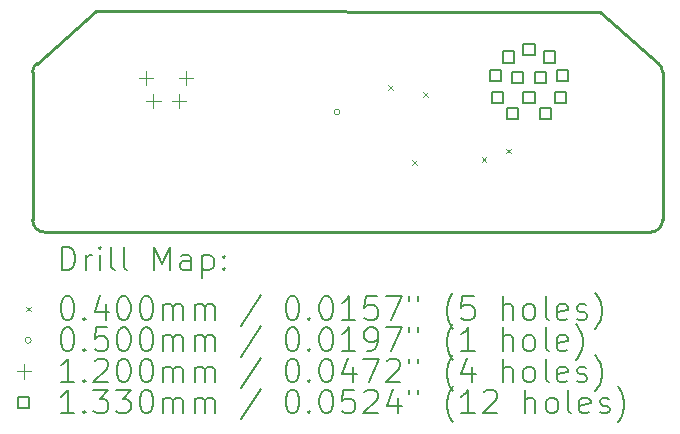
<source format=gbr>
%TF.GenerationSoftware,KiCad,Pcbnew,7.0.9*%
%TF.CreationDate,2024-04-07T02:27:11-04:00*%
%TF.ProjectId,rearbox_peripheral_io_bottom,72656172-626f-4785-9f70-657269706865,rev?*%
%TF.SameCoordinates,Original*%
%TF.FileFunction,Drillmap*%
%TF.FilePolarity,Positive*%
%FSLAX45Y45*%
G04 Gerber Fmt 4.5, Leading zero omitted, Abs format (unit mm)*
G04 Created by KiCad (PCBNEW 7.0.9) date 2024-04-07 02:27:11*
%MOMM*%
%LPD*%
G01*
G04 APERTURE LIST*
%ADD10C,0.250000*%
%ADD11C,0.200000*%
%ADD12C,0.100000*%
%ADD13C,0.120000*%
%ADD14C,0.133000*%
G04 APERTURE END LIST*
D10*
X5041900Y-8002600D02*
G75*
G03*
X5141900Y-8102600I100000J0D01*
G01*
X10275900Y-8102600D02*
G75*
G03*
X10375900Y-8002600I0J100000D01*
G01*
X9842000Y-6237000D02*
X10341750Y-6675719D01*
X10275900Y-8102600D02*
X10132366Y-8102600D01*
X10375898Y-6750977D02*
G75*
G03*
X10341750Y-6675719I-99988J7D01*
G01*
X5076050Y-6675719D02*
X5581436Y-6233585D01*
X5581436Y-6233585D02*
X9842000Y-6237000D01*
X5041900Y-8002600D02*
X5041900Y-6750977D01*
X5076051Y-6675721D02*
G75*
G03*
X5041900Y-6750977I65849J-75259D01*
G01*
X10132366Y-8102600D02*
X5141900Y-8102600D01*
X10375900Y-6750977D02*
X10375900Y-8002600D01*
D11*
D12*
X8054625Y-6855745D02*
X8094625Y-6895745D01*
X8094625Y-6855745D02*
X8054625Y-6895745D01*
X8255320Y-7493320D02*
X8295320Y-7533320D01*
X8295320Y-7493320D02*
X8255320Y-7533320D01*
X8346760Y-6919280D02*
X8386760Y-6959280D01*
X8386760Y-6919280D02*
X8346760Y-6959280D01*
X8844600Y-7467920D02*
X8884600Y-7507920D01*
X8884600Y-7467920D02*
X8844600Y-7507920D01*
X9052880Y-7395470D02*
X9092880Y-7435470D01*
X9092880Y-7395470D02*
X9052880Y-7435470D01*
X7645000Y-7086600D02*
G75*
G03*
X7645000Y-7086600I-25000J0D01*
G01*
D13*
X6003139Y-6739932D02*
X6003139Y-6859932D01*
X5943139Y-6799932D02*
X6063139Y-6799932D01*
X6065649Y-6934932D02*
X6065649Y-7054932D01*
X6005649Y-6994932D02*
X6125649Y-6994932D01*
X6280642Y-6934932D02*
X6280642Y-7054932D01*
X6220642Y-6994932D02*
X6340642Y-6994932D01*
X6343144Y-6739932D02*
X6343144Y-6859932D01*
X6283144Y-6799932D02*
X6403144Y-6799932D01*
D14*
X9011386Y-6823199D02*
X9011386Y-6729153D01*
X8917339Y-6729153D01*
X8917339Y-6823199D01*
X9011386Y-6823199D01*
X9024640Y-7009773D02*
X9024640Y-6915727D01*
X8930594Y-6915727D01*
X8930594Y-7009773D01*
X9024640Y-7009773D01*
X9114802Y-6667338D02*
X9114802Y-6573292D01*
X9020756Y-6573292D01*
X9020756Y-6667338D01*
X9114802Y-6667338D01*
X9149036Y-7149438D02*
X9149036Y-7055392D01*
X9054990Y-7055392D01*
X9054990Y-7149438D01*
X9149036Y-7149438D01*
X9196576Y-6842035D02*
X9196576Y-6747989D01*
X9102530Y-6747989D01*
X9102530Y-6842035D01*
X9196576Y-6842035D01*
X9291839Y-6607044D02*
X9291839Y-6512998D01*
X9197793Y-6512998D01*
X9197793Y-6607044D01*
X9291839Y-6607044D01*
X9291839Y-7007035D02*
X9291839Y-6912988D01*
X9197793Y-6912988D01*
X9197793Y-7007035D01*
X9291839Y-7007035D01*
X9387102Y-6842035D02*
X9387102Y-6747989D01*
X9293055Y-6747989D01*
X9293055Y-6842035D01*
X9387102Y-6842035D01*
X9434643Y-7149434D02*
X9434643Y-7055388D01*
X9340597Y-7055388D01*
X9340597Y-7149434D01*
X9434643Y-7149434D01*
X9468876Y-6667338D02*
X9468876Y-6573292D01*
X9374829Y-6573292D01*
X9374829Y-6667338D01*
X9468876Y-6667338D01*
X9559037Y-7009773D02*
X9559037Y-6915727D01*
X9464991Y-6915727D01*
X9464991Y-7009773D01*
X9559037Y-7009773D01*
X9572292Y-6823199D02*
X9572292Y-6729153D01*
X9478246Y-6729153D01*
X9478246Y-6823199D01*
X9572292Y-6823199D01*
D11*
X5290177Y-8426584D02*
X5290177Y-8226584D01*
X5290177Y-8226584D02*
X5337796Y-8226584D01*
X5337796Y-8226584D02*
X5366367Y-8236108D01*
X5366367Y-8236108D02*
X5385415Y-8255155D01*
X5385415Y-8255155D02*
X5394939Y-8274203D01*
X5394939Y-8274203D02*
X5404463Y-8312298D01*
X5404463Y-8312298D02*
X5404463Y-8340869D01*
X5404463Y-8340869D02*
X5394939Y-8378965D01*
X5394939Y-8378965D02*
X5385415Y-8398012D01*
X5385415Y-8398012D02*
X5366367Y-8417060D01*
X5366367Y-8417060D02*
X5337796Y-8426584D01*
X5337796Y-8426584D02*
X5290177Y-8426584D01*
X5490177Y-8426584D02*
X5490177Y-8293250D01*
X5490177Y-8331346D02*
X5499701Y-8312298D01*
X5499701Y-8312298D02*
X5509224Y-8302774D01*
X5509224Y-8302774D02*
X5528272Y-8293250D01*
X5528272Y-8293250D02*
X5547320Y-8293250D01*
X5613986Y-8426584D02*
X5613986Y-8293250D01*
X5613986Y-8226584D02*
X5604462Y-8236108D01*
X5604462Y-8236108D02*
X5613986Y-8245631D01*
X5613986Y-8245631D02*
X5623510Y-8236108D01*
X5623510Y-8236108D02*
X5613986Y-8226584D01*
X5613986Y-8226584D02*
X5613986Y-8245631D01*
X5737796Y-8426584D02*
X5718748Y-8417060D01*
X5718748Y-8417060D02*
X5709224Y-8398012D01*
X5709224Y-8398012D02*
X5709224Y-8226584D01*
X5842558Y-8426584D02*
X5823510Y-8417060D01*
X5823510Y-8417060D02*
X5813986Y-8398012D01*
X5813986Y-8398012D02*
X5813986Y-8226584D01*
X6071129Y-8426584D02*
X6071129Y-8226584D01*
X6071129Y-8226584D02*
X6137796Y-8369441D01*
X6137796Y-8369441D02*
X6204462Y-8226584D01*
X6204462Y-8226584D02*
X6204462Y-8426584D01*
X6385415Y-8426584D02*
X6385415Y-8321822D01*
X6385415Y-8321822D02*
X6375891Y-8302774D01*
X6375891Y-8302774D02*
X6356843Y-8293250D01*
X6356843Y-8293250D02*
X6318748Y-8293250D01*
X6318748Y-8293250D02*
X6299701Y-8302774D01*
X6385415Y-8417060D02*
X6366367Y-8426584D01*
X6366367Y-8426584D02*
X6318748Y-8426584D01*
X6318748Y-8426584D02*
X6299701Y-8417060D01*
X6299701Y-8417060D02*
X6290177Y-8398012D01*
X6290177Y-8398012D02*
X6290177Y-8378965D01*
X6290177Y-8378965D02*
X6299701Y-8359917D01*
X6299701Y-8359917D02*
X6318748Y-8350393D01*
X6318748Y-8350393D02*
X6366367Y-8350393D01*
X6366367Y-8350393D02*
X6385415Y-8340869D01*
X6480653Y-8293250D02*
X6480653Y-8493250D01*
X6480653Y-8302774D02*
X6499701Y-8293250D01*
X6499701Y-8293250D02*
X6537796Y-8293250D01*
X6537796Y-8293250D02*
X6556843Y-8302774D01*
X6556843Y-8302774D02*
X6566367Y-8312298D01*
X6566367Y-8312298D02*
X6575891Y-8331346D01*
X6575891Y-8331346D02*
X6575891Y-8388488D01*
X6575891Y-8388488D02*
X6566367Y-8407536D01*
X6566367Y-8407536D02*
X6556843Y-8417060D01*
X6556843Y-8417060D02*
X6537796Y-8426584D01*
X6537796Y-8426584D02*
X6499701Y-8426584D01*
X6499701Y-8426584D02*
X6480653Y-8417060D01*
X6661605Y-8407536D02*
X6671129Y-8417060D01*
X6671129Y-8417060D02*
X6661605Y-8426584D01*
X6661605Y-8426584D02*
X6652082Y-8417060D01*
X6652082Y-8417060D02*
X6661605Y-8407536D01*
X6661605Y-8407536D02*
X6661605Y-8426584D01*
X6661605Y-8302774D02*
X6671129Y-8312298D01*
X6671129Y-8312298D02*
X6661605Y-8321822D01*
X6661605Y-8321822D02*
X6652082Y-8312298D01*
X6652082Y-8312298D02*
X6661605Y-8302774D01*
X6661605Y-8302774D02*
X6661605Y-8321822D01*
D12*
X4989400Y-8735100D02*
X5029400Y-8775100D01*
X5029400Y-8735100D02*
X4989400Y-8775100D01*
D11*
X5328272Y-8646584D02*
X5347320Y-8646584D01*
X5347320Y-8646584D02*
X5366367Y-8656108D01*
X5366367Y-8656108D02*
X5375891Y-8665631D01*
X5375891Y-8665631D02*
X5385415Y-8684679D01*
X5385415Y-8684679D02*
X5394939Y-8722774D01*
X5394939Y-8722774D02*
X5394939Y-8770393D01*
X5394939Y-8770393D02*
X5385415Y-8808489D01*
X5385415Y-8808489D02*
X5375891Y-8827536D01*
X5375891Y-8827536D02*
X5366367Y-8837060D01*
X5366367Y-8837060D02*
X5347320Y-8846584D01*
X5347320Y-8846584D02*
X5328272Y-8846584D01*
X5328272Y-8846584D02*
X5309224Y-8837060D01*
X5309224Y-8837060D02*
X5299701Y-8827536D01*
X5299701Y-8827536D02*
X5290177Y-8808489D01*
X5290177Y-8808489D02*
X5280653Y-8770393D01*
X5280653Y-8770393D02*
X5280653Y-8722774D01*
X5280653Y-8722774D02*
X5290177Y-8684679D01*
X5290177Y-8684679D02*
X5299701Y-8665631D01*
X5299701Y-8665631D02*
X5309224Y-8656108D01*
X5309224Y-8656108D02*
X5328272Y-8646584D01*
X5480653Y-8827536D02*
X5490177Y-8837060D01*
X5490177Y-8837060D02*
X5480653Y-8846584D01*
X5480653Y-8846584D02*
X5471129Y-8837060D01*
X5471129Y-8837060D02*
X5480653Y-8827536D01*
X5480653Y-8827536D02*
X5480653Y-8846584D01*
X5661605Y-8713250D02*
X5661605Y-8846584D01*
X5613986Y-8637060D02*
X5566367Y-8779917D01*
X5566367Y-8779917D02*
X5690177Y-8779917D01*
X5804462Y-8646584D02*
X5823510Y-8646584D01*
X5823510Y-8646584D02*
X5842558Y-8656108D01*
X5842558Y-8656108D02*
X5852082Y-8665631D01*
X5852082Y-8665631D02*
X5861605Y-8684679D01*
X5861605Y-8684679D02*
X5871129Y-8722774D01*
X5871129Y-8722774D02*
X5871129Y-8770393D01*
X5871129Y-8770393D02*
X5861605Y-8808489D01*
X5861605Y-8808489D02*
X5852082Y-8827536D01*
X5852082Y-8827536D02*
X5842558Y-8837060D01*
X5842558Y-8837060D02*
X5823510Y-8846584D01*
X5823510Y-8846584D02*
X5804462Y-8846584D01*
X5804462Y-8846584D02*
X5785415Y-8837060D01*
X5785415Y-8837060D02*
X5775891Y-8827536D01*
X5775891Y-8827536D02*
X5766367Y-8808489D01*
X5766367Y-8808489D02*
X5756843Y-8770393D01*
X5756843Y-8770393D02*
X5756843Y-8722774D01*
X5756843Y-8722774D02*
X5766367Y-8684679D01*
X5766367Y-8684679D02*
X5775891Y-8665631D01*
X5775891Y-8665631D02*
X5785415Y-8656108D01*
X5785415Y-8656108D02*
X5804462Y-8646584D01*
X5994939Y-8646584D02*
X6013986Y-8646584D01*
X6013986Y-8646584D02*
X6033034Y-8656108D01*
X6033034Y-8656108D02*
X6042558Y-8665631D01*
X6042558Y-8665631D02*
X6052082Y-8684679D01*
X6052082Y-8684679D02*
X6061605Y-8722774D01*
X6061605Y-8722774D02*
X6061605Y-8770393D01*
X6061605Y-8770393D02*
X6052082Y-8808489D01*
X6052082Y-8808489D02*
X6042558Y-8827536D01*
X6042558Y-8827536D02*
X6033034Y-8837060D01*
X6033034Y-8837060D02*
X6013986Y-8846584D01*
X6013986Y-8846584D02*
X5994939Y-8846584D01*
X5994939Y-8846584D02*
X5975891Y-8837060D01*
X5975891Y-8837060D02*
X5966367Y-8827536D01*
X5966367Y-8827536D02*
X5956843Y-8808489D01*
X5956843Y-8808489D02*
X5947320Y-8770393D01*
X5947320Y-8770393D02*
X5947320Y-8722774D01*
X5947320Y-8722774D02*
X5956843Y-8684679D01*
X5956843Y-8684679D02*
X5966367Y-8665631D01*
X5966367Y-8665631D02*
X5975891Y-8656108D01*
X5975891Y-8656108D02*
X5994939Y-8646584D01*
X6147320Y-8846584D02*
X6147320Y-8713250D01*
X6147320Y-8732298D02*
X6156843Y-8722774D01*
X6156843Y-8722774D02*
X6175891Y-8713250D01*
X6175891Y-8713250D02*
X6204463Y-8713250D01*
X6204463Y-8713250D02*
X6223510Y-8722774D01*
X6223510Y-8722774D02*
X6233034Y-8741822D01*
X6233034Y-8741822D02*
X6233034Y-8846584D01*
X6233034Y-8741822D02*
X6242558Y-8722774D01*
X6242558Y-8722774D02*
X6261605Y-8713250D01*
X6261605Y-8713250D02*
X6290177Y-8713250D01*
X6290177Y-8713250D02*
X6309224Y-8722774D01*
X6309224Y-8722774D02*
X6318748Y-8741822D01*
X6318748Y-8741822D02*
X6318748Y-8846584D01*
X6413986Y-8846584D02*
X6413986Y-8713250D01*
X6413986Y-8732298D02*
X6423510Y-8722774D01*
X6423510Y-8722774D02*
X6442558Y-8713250D01*
X6442558Y-8713250D02*
X6471129Y-8713250D01*
X6471129Y-8713250D02*
X6490177Y-8722774D01*
X6490177Y-8722774D02*
X6499701Y-8741822D01*
X6499701Y-8741822D02*
X6499701Y-8846584D01*
X6499701Y-8741822D02*
X6509224Y-8722774D01*
X6509224Y-8722774D02*
X6528272Y-8713250D01*
X6528272Y-8713250D02*
X6556843Y-8713250D01*
X6556843Y-8713250D02*
X6575891Y-8722774D01*
X6575891Y-8722774D02*
X6585415Y-8741822D01*
X6585415Y-8741822D02*
X6585415Y-8846584D01*
X6975891Y-8637060D02*
X6804463Y-8894203D01*
X7233034Y-8646584D02*
X7252082Y-8646584D01*
X7252082Y-8646584D02*
X7271129Y-8656108D01*
X7271129Y-8656108D02*
X7280653Y-8665631D01*
X7280653Y-8665631D02*
X7290177Y-8684679D01*
X7290177Y-8684679D02*
X7299701Y-8722774D01*
X7299701Y-8722774D02*
X7299701Y-8770393D01*
X7299701Y-8770393D02*
X7290177Y-8808489D01*
X7290177Y-8808489D02*
X7280653Y-8827536D01*
X7280653Y-8827536D02*
X7271129Y-8837060D01*
X7271129Y-8837060D02*
X7252082Y-8846584D01*
X7252082Y-8846584D02*
X7233034Y-8846584D01*
X7233034Y-8846584D02*
X7213986Y-8837060D01*
X7213986Y-8837060D02*
X7204463Y-8827536D01*
X7204463Y-8827536D02*
X7194939Y-8808489D01*
X7194939Y-8808489D02*
X7185415Y-8770393D01*
X7185415Y-8770393D02*
X7185415Y-8722774D01*
X7185415Y-8722774D02*
X7194939Y-8684679D01*
X7194939Y-8684679D02*
X7204463Y-8665631D01*
X7204463Y-8665631D02*
X7213986Y-8656108D01*
X7213986Y-8656108D02*
X7233034Y-8646584D01*
X7385415Y-8827536D02*
X7394939Y-8837060D01*
X7394939Y-8837060D02*
X7385415Y-8846584D01*
X7385415Y-8846584D02*
X7375891Y-8837060D01*
X7375891Y-8837060D02*
X7385415Y-8827536D01*
X7385415Y-8827536D02*
X7385415Y-8846584D01*
X7518748Y-8646584D02*
X7537796Y-8646584D01*
X7537796Y-8646584D02*
X7556844Y-8656108D01*
X7556844Y-8656108D02*
X7566367Y-8665631D01*
X7566367Y-8665631D02*
X7575891Y-8684679D01*
X7575891Y-8684679D02*
X7585415Y-8722774D01*
X7585415Y-8722774D02*
X7585415Y-8770393D01*
X7585415Y-8770393D02*
X7575891Y-8808489D01*
X7575891Y-8808489D02*
X7566367Y-8827536D01*
X7566367Y-8827536D02*
X7556844Y-8837060D01*
X7556844Y-8837060D02*
X7537796Y-8846584D01*
X7537796Y-8846584D02*
X7518748Y-8846584D01*
X7518748Y-8846584D02*
X7499701Y-8837060D01*
X7499701Y-8837060D02*
X7490177Y-8827536D01*
X7490177Y-8827536D02*
X7480653Y-8808489D01*
X7480653Y-8808489D02*
X7471129Y-8770393D01*
X7471129Y-8770393D02*
X7471129Y-8722774D01*
X7471129Y-8722774D02*
X7480653Y-8684679D01*
X7480653Y-8684679D02*
X7490177Y-8665631D01*
X7490177Y-8665631D02*
X7499701Y-8656108D01*
X7499701Y-8656108D02*
X7518748Y-8646584D01*
X7775891Y-8846584D02*
X7661606Y-8846584D01*
X7718748Y-8846584D02*
X7718748Y-8646584D01*
X7718748Y-8646584D02*
X7699701Y-8675155D01*
X7699701Y-8675155D02*
X7680653Y-8694203D01*
X7680653Y-8694203D02*
X7661606Y-8703727D01*
X7956844Y-8646584D02*
X7861606Y-8646584D01*
X7861606Y-8646584D02*
X7852082Y-8741822D01*
X7852082Y-8741822D02*
X7861606Y-8732298D01*
X7861606Y-8732298D02*
X7880653Y-8722774D01*
X7880653Y-8722774D02*
X7928272Y-8722774D01*
X7928272Y-8722774D02*
X7947320Y-8732298D01*
X7947320Y-8732298D02*
X7956844Y-8741822D01*
X7956844Y-8741822D02*
X7966367Y-8760870D01*
X7966367Y-8760870D02*
X7966367Y-8808489D01*
X7966367Y-8808489D02*
X7956844Y-8827536D01*
X7956844Y-8827536D02*
X7947320Y-8837060D01*
X7947320Y-8837060D02*
X7928272Y-8846584D01*
X7928272Y-8846584D02*
X7880653Y-8846584D01*
X7880653Y-8846584D02*
X7861606Y-8837060D01*
X7861606Y-8837060D02*
X7852082Y-8827536D01*
X8033034Y-8646584D02*
X8166367Y-8646584D01*
X8166367Y-8646584D02*
X8080653Y-8846584D01*
X8233034Y-8646584D02*
X8233034Y-8684679D01*
X8309225Y-8646584D02*
X8309225Y-8684679D01*
X8604463Y-8922774D02*
X8594939Y-8913250D01*
X8594939Y-8913250D02*
X8575891Y-8884679D01*
X8575891Y-8884679D02*
X8566368Y-8865631D01*
X8566368Y-8865631D02*
X8556844Y-8837060D01*
X8556844Y-8837060D02*
X8547320Y-8789441D01*
X8547320Y-8789441D02*
X8547320Y-8751346D01*
X8547320Y-8751346D02*
X8556844Y-8703727D01*
X8556844Y-8703727D02*
X8566368Y-8675155D01*
X8566368Y-8675155D02*
X8575891Y-8656108D01*
X8575891Y-8656108D02*
X8594939Y-8627536D01*
X8594939Y-8627536D02*
X8604463Y-8618012D01*
X8775891Y-8646584D02*
X8680653Y-8646584D01*
X8680653Y-8646584D02*
X8671130Y-8741822D01*
X8671130Y-8741822D02*
X8680653Y-8732298D01*
X8680653Y-8732298D02*
X8699701Y-8722774D01*
X8699701Y-8722774D02*
X8747320Y-8722774D01*
X8747320Y-8722774D02*
X8766368Y-8732298D01*
X8766368Y-8732298D02*
X8775891Y-8741822D01*
X8775891Y-8741822D02*
X8785415Y-8760870D01*
X8785415Y-8760870D02*
X8785415Y-8808489D01*
X8785415Y-8808489D02*
X8775891Y-8827536D01*
X8775891Y-8827536D02*
X8766368Y-8837060D01*
X8766368Y-8837060D02*
X8747320Y-8846584D01*
X8747320Y-8846584D02*
X8699701Y-8846584D01*
X8699701Y-8846584D02*
X8680653Y-8837060D01*
X8680653Y-8837060D02*
X8671130Y-8827536D01*
X9023511Y-8846584D02*
X9023511Y-8646584D01*
X9109225Y-8846584D02*
X9109225Y-8741822D01*
X9109225Y-8741822D02*
X9099701Y-8722774D01*
X9099701Y-8722774D02*
X9080653Y-8713250D01*
X9080653Y-8713250D02*
X9052082Y-8713250D01*
X9052082Y-8713250D02*
X9033034Y-8722774D01*
X9033034Y-8722774D02*
X9023511Y-8732298D01*
X9233034Y-8846584D02*
X9213987Y-8837060D01*
X9213987Y-8837060D02*
X9204463Y-8827536D01*
X9204463Y-8827536D02*
X9194939Y-8808489D01*
X9194939Y-8808489D02*
X9194939Y-8751346D01*
X9194939Y-8751346D02*
X9204463Y-8732298D01*
X9204463Y-8732298D02*
X9213987Y-8722774D01*
X9213987Y-8722774D02*
X9233034Y-8713250D01*
X9233034Y-8713250D02*
X9261606Y-8713250D01*
X9261606Y-8713250D02*
X9280653Y-8722774D01*
X9280653Y-8722774D02*
X9290177Y-8732298D01*
X9290177Y-8732298D02*
X9299701Y-8751346D01*
X9299701Y-8751346D02*
X9299701Y-8808489D01*
X9299701Y-8808489D02*
X9290177Y-8827536D01*
X9290177Y-8827536D02*
X9280653Y-8837060D01*
X9280653Y-8837060D02*
X9261606Y-8846584D01*
X9261606Y-8846584D02*
X9233034Y-8846584D01*
X9413987Y-8846584D02*
X9394939Y-8837060D01*
X9394939Y-8837060D02*
X9385415Y-8818012D01*
X9385415Y-8818012D02*
X9385415Y-8646584D01*
X9566368Y-8837060D02*
X9547320Y-8846584D01*
X9547320Y-8846584D02*
X9509225Y-8846584D01*
X9509225Y-8846584D02*
X9490177Y-8837060D01*
X9490177Y-8837060D02*
X9480653Y-8818012D01*
X9480653Y-8818012D02*
X9480653Y-8741822D01*
X9480653Y-8741822D02*
X9490177Y-8722774D01*
X9490177Y-8722774D02*
X9509225Y-8713250D01*
X9509225Y-8713250D02*
X9547320Y-8713250D01*
X9547320Y-8713250D02*
X9566368Y-8722774D01*
X9566368Y-8722774D02*
X9575892Y-8741822D01*
X9575892Y-8741822D02*
X9575892Y-8760870D01*
X9575892Y-8760870D02*
X9480653Y-8779917D01*
X9652082Y-8837060D02*
X9671130Y-8846584D01*
X9671130Y-8846584D02*
X9709225Y-8846584D01*
X9709225Y-8846584D02*
X9728273Y-8837060D01*
X9728273Y-8837060D02*
X9737796Y-8818012D01*
X9737796Y-8818012D02*
X9737796Y-8808489D01*
X9737796Y-8808489D02*
X9728273Y-8789441D01*
X9728273Y-8789441D02*
X9709225Y-8779917D01*
X9709225Y-8779917D02*
X9680653Y-8779917D01*
X9680653Y-8779917D02*
X9661606Y-8770393D01*
X9661606Y-8770393D02*
X9652082Y-8751346D01*
X9652082Y-8751346D02*
X9652082Y-8741822D01*
X9652082Y-8741822D02*
X9661606Y-8722774D01*
X9661606Y-8722774D02*
X9680653Y-8713250D01*
X9680653Y-8713250D02*
X9709225Y-8713250D01*
X9709225Y-8713250D02*
X9728273Y-8722774D01*
X9804463Y-8922774D02*
X9813987Y-8913250D01*
X9813987Y-8913250D02*
X9833034Y-8884679D01*
X9833034Y-8884679D02*
X9842558Y-8865631D01*
X9842558Y-8865631D02*
X9852082Y-8837060D01*
X9852082Y-8837060D02*
X9861606Y-8789441D01*
X9861606Y-8789441D02*
X9861606Y-8751346D01*
X9861606Y-8751346D02*
X9852082Y-8703727D01*
X9852082Y-8703727D02*
X9842558Y-8675155D01*
X9842558Y-8675155D02*
X9833034Y-8656108D01*
X9833034Y-8656108D02*
X9813987Y-8627536D01*
X9813987Y-8627536D02*
X9804463Y-8618012D01*
D12*
X5029400Y-9019100D02*
G75*
G03*
X5029400Y-9019100I-25000J0D01*
G01*
D11*
X5328272Y-8910584D02*
X5347320Y-8910584D01*
X5347320Y-8910584D02*
X5366367Y-8920108D01*
X5366367Y-8920108D02*
X5375891Y-8929631D01*
X5375891Y-8929631D02*
X5385415Y-8948679D01*
X5385415Y-8948679D02*
X5394939Y-8986774D01*
X5394939Y-8986774D02*
X5394939Y-9034393D01*
X5394939Y-9034393D02*
X5385415Y-9072489D01*
X5385415Y-9072489D02*
X5375891Y-9091536D01*
X5375891Y-9091536D02*
X5366367Y-9101060D01*
X5366367Y-9101060D02*
X5347320Y-9110584D01*
X5347320Y-9110584D02*
X5328272Y-9110584D01*
X5328272Y-9110584D02*
X5309224Y-9101060D01*
X5309224Y-9101060D02*
X5299701Y-9091536D01*
X5299701Y-9091536D02*
X5290177Y-9072489D01*
X5290177Y-9072489D02*
X5280653Y-9034393D01*
X5280653Y-9034393D02*
X5280653Y-8986774D01*
X5280653Y-8986774D02*
X5290177Y-8948679D01*
X5290177Y-8948679D02*
X5299701Y-8929631D01*
X5299701Y-8929631D02*
X5309224Y-8920108D01*
X5309224Y-8920108D02*
X5328272Y-8910584D01*
X5480653Y-9091536D02*
X5490177Y-9101060D01*
X5490177Y-9101060D02*
X5480653Y-9110584D01*
X5480653Y-9110584D02*
X5471129Y-9101060D01*
X5471129Y-9101060D02*
X5480653Y-9091536D01*
X5480653Y-9091536D02*
X5480653Y-9110584D01*
X5671129Y-8910584D02*
X5575891Y-8910584D01*
X5575891Y-8910584D02*
X5566367Y-9005822D01*
X5566367Y-9005822D02*
X5575891Y-8996298D01*
X5575891Y-8996298D02*
X5594939Y-8986774D01*
X5594939Y-8986774D02*
X5642558Y-8986774D01*
X5642558Y-8986774D02*
X5661605Y-8996298D01*
X5661605Y-8996298D02*
X5671129Y-9005822D01*
X5671129Y-9005822D02*
X5680653Y-9024870D01*
X5680653Y-9024870D02*
X5680653Y-9072489D01*
X5680653Y-9072489D02*
X5671129Y-9091536D01*
X5671129Y-9091536D02*
X5661605Y-9101060D01*
X5661605Y-9101060D02*
X5642558Y-9110584D01*
X5642558Y-9110584D02*
X5594939Y-9110584D01*
X5594939Y-9110584D02*
X5575891Y-9101060D01*
X5575891Y-9101060D02*
X5566367Y-9091536D01*
X5804462Y-8910584D02*
X5823510Y-8910584D01*
X5823510Y-8910584D02*
X5842558Y-8920108D01*
X5842558Y-8920108D02*
X5852082Y-8929631D01*
X5852082Y-8929631D02*
X5861605Y-8948679D01*
X5861605Y-8948679D02*
X5871129Y-8986774D01*
X5871129Y-8986774D02*
X5871129Y-9034393D01*
X5871129Y-9034393D02*
X5861605Y-9072489D01*
X5861605Y-9072489D02*
X5852082Y-9091536D01*
X5852082Y-9091536D02*
X5842558Y-9101060D01*
X5842558Y-9101060D02*
X5823510Y-9110584D01*
X5823510Y-9110584D02*
X5804462Y-9110584D01*
X5804462Y-9110584D02*
X5785415Y-9101060D01*
X5785415Y-9101060D02*
X5775891Y-9091536D01*
X5775891Y-9091536D02*
X5766367Y-9072489D01*
X5766367Y-9072489D02*
X5756843Y-9034393D01*
X5756843Y-9034393D02*
X5756843Y-8986774D01*
X5756843Y-8986774D02*
X5766367Y-8948679D01*
X5766367Y-8948679D02*
X5775891Y-8929631D01*
X5775891Y-8929631D02*
X5785415Y-8920108D01*
X5785415Y-8920108D02*
X5804462Y-8910584D01*
X5994939Y-8910584D02*
X6013986Y-8910584D01*
X6013986Y-8910584D02*
X6033034Y-8920108D01*
X6033034Y-8920108D02*
X6042558Y-8929631D01*
X6042558Y-8929631D02*
X6052082Y-8948679D01*
X6052082Y-8948679D02*
X6061605Y-8986774D01*
X6061605Y-8986774D02*
X6061605Y-9034393D01*
X6061605Y-9034393D02*
X6052082Y-9072489D01*
X6052082Y-9072489D02*
X6042558Y-9091536D01*
X6042558Y-9091536D02*
X6033034Y-9101060D01*
X6033034Y-9101060D02*
X6013986Y-9110584D01*
X6013986Y-9110584D02*
X5994939Y-9110584D01*
X5994939Y-9110584D02*
X5975891Y-9101060D01*
X5975891Y-9101060D02*
X5966367Y-9091536D01*
X5966367Y-9091536D02*
X5956843Y-9072489D01*
X5956843Y-9072489D02*
X5947320Y-9034393D01*
X5947320Y-9034393D02*
X5947320Y-8986774D01*
X5947320Y-8986774D02*
X5956843Y-8948679D01*
X5956843Y-8948679D02*
X5966367Y-8929631D01*
X5966367Y-8929631D02*
X5975891Y-8920108D01*
X5975891Y-8920108D02*
X5994939Y-8910584D01*
X6147320Y-9110584D02*
X6147320Y-8977250D01*
X6147320Y-8996298D02*
X6156843Y-8986774D01*
X6156843Y-8986774D02*
X6175891Y-8977250D01*
X6175891Y-8977250D02*
X6204463Y-8977250D01*
X6204463Y-8977250D02*
X6223510Y-8986774D01*
X6223510Y-8986774D02*
X6233034Y-9005822D01*
X6233034Y-9005822D02*
X6233034Y-9110584D01*
X6233034Y-9005822D02*
X6242558Y-8986774D01*
X6242558Y-8986774D02*
X6261605Y-8977250D01*
X6261605Y-8977250D02*
X6290177Y-8977250D01*
X6290177Y-8977250D02*
X6309224Y-8986774D01*
X6309224Y-8986774D02*
X6318748Y-9005822D01*
X6318748Y-9005822D02*
X6318748Y-9110584D01*
X6413986Y-9110584D02*
X6413986Y-8977250D01*
X6413986Y-8996298D02*
X6423510Y-8986774D01*
X6423510Y-8986774D02*
X6442558Y-8977250D01*
X6442558Y-8977250D02*
X6471129Y-8977250D01*
X6471129Y-8977250D02*
X6490177Y-8986774D01*
X6490177Y-8986774D02*
X6499701Y-9005822D01*
X6499701Y-9005822D02*
X6499701Y-9110584D01*
X6499701Y-9005822D02*
X6509224Y-8986774D01*
X6509224Y-8986774D02*
X6528272Y-8977250D01*
X6528272Y-8977250D02*
X6556843Y-8977250D01*
X6556843Y-8977250D02*
X6575891Y-8986774D01*
X6575891Y-8986774D02*
X6585415Y-9005822D01*
X6585415Y-9005822D02*
X6585415Y-9110584D01*
X6975891Y-8901060D02*
X6804463Y-9158203D01*
X7233034Y-8910584D02*
X7252082Y-8910584D01*
X7252082Y-8910584D02*
X7271129Y-8920108D01*
X7271129Y-8920108D02*
X7280653Y-8929631D01*
X7280653Y-8929631D02*
X7290177Y-8948679D01*
X7290177Y-8948679D02*
X7299701Y-8986774D01*
X7299701Y-8986774D02*
X7299701Y-9034393D01*
X7299701Y-9034393D02*
X7290177Y-9072489D01*
X7290177Y-9072489D02*
X7280653Y-9091536D01*
X7280653Y-9091536D02*
X7271129Y-9101060D01*
X7271129Y-9101060D02*
X7252082Y-9110584D01*
X7252082Y-9110584D02*
X7233034Y-9110584D01*
X7233034Y-9110584D02*
X7213986Y-9101060D01*
X7213986Y-9101060D02*
X7204463Y-9091536D01*
X7204463Y-9091536D02*
X7194939Y-9072489D01*
X7194939Y-9072489D02*
X7185415Y-9034393D01*
X7185415Y-9034393D02*
X7185415Y-8986774D01*
X7185415Y-8986774D02*
X7194939Y-8948679D01*
X7194939Y-8948679D02*
X7204463Y-8929631D01*
X7204463Y-8929631D02*
X7213986Y-8920108D01*
X7213986Y-8920108D02*
X7233034Y-8910584D01*
X7385415Y-9091536D02*
X7394939Y-9101060D01*
X7394939Y-9101060D02*
X7385415Y-9110584D01*
X7385415Y-9110584D02*
X7375891Y-9101060D01*
X7375891Y-9101060D02*
X7385415Y-9091536D01*
X7385415Y-9091536D02*
X7385415Y-9110584D01*
X7518748Y-8910584D02*
X7537796Y-8910584D01*
X7537796Y-8910584D02*
X7556844Y-8920108D01*
X7556844Y-8920108D02*
X7566367Y-8929631D01*
X7566367Y-8929631D02*
X7575891Y-8948679D01*
X7575891Y-8948679D02*
X7585415Y-8986774D01*
X7585415Y-8986774D02*
X7585415Y-9034393D01*
X7585415Y-9034393D02*
X7575891Y-9072489D01*
X7575891Y-9072489D02*
X7566367Y-9091536D01*
X7566367Y-9091536D02*
X7556844Y-9101060D01*
X7556844Y-9101060D02*
X7537796Y-9110584D01*
X7537796Y-9110584D02*
X7518748Y-9110584D01*
X7518748Y-9110584D02*
X7499701Y-9101060D01*
X7499701Y-9101060D02*
X7490177Y-9091536D01*
X7490177Y-9091536D02*
X7480653Y-9072489D01*
X7480653Y-9072489D02*
X7471129Y-9034393D01*
X7471129Y-9034393D02*
X7471129Y-8986774D01*
X7471129Y-8986774D02*
X7480653Y-8948679D01*
X7480653Y-8948679D02*
X7490177Y-8929631D01*
X7490177Y-8929631D02*
X7499701Y-8920108D01*
X7499701Y-8920108D02*
X7518748Y-8910584D01*
X7775891Y-9110584D02*
X7661606Y-9110584D01*
X7718748Y-9110584D02*
X7718748Y-8910584D01*
X7718748Y-8910584D02*
X7699701Y-8939155D01*
X7699701Y-8939155D02*
X7680653Y-8958203D01*
X7680653Y-8958203D02*
X7661606Y-8967727D01*
X7871129Y-9110584D02*
X7909225Y-9110584D01*
X7909225Y-9110584D02*
X7928272Y-9101060D01*
X7928272Y-9101060D02*
X7937796Y-9091536D01*
X7937796Y-9091536D02*
X7956844Y-9062965D01*
X7956844Y-9062965D02*
X7966367Y-9024870D01*
X7966367Y-9024870D02*
X7966367Y-8948679D01*
X7966367Y-8948679D02*
X7956844Y-8929631D01*
X7956844Y-8929631D02*
X7947320Y-8920108D01*
X7947320Y-8920108D02*
X7928272Y-8910584D01*
X7928272Y-8910584D02*
X7890177Y-8910584D01*
X7890177Y-8910584D02*
X7871129Y-8920108D01*
X7871129Y-8920108D02*
X7861606Y-8929631D01*
X7861606Y-8929631D02*
X7852082Y-8948679D01*
X7852082Y-8948679D02*
X7852082Y-8996298D01*
X7852082Y-8996298D02*
X7861606Y-9015346D01*
X7861606Y-9015346D02*
X7871129Y-9024870D01*
X7871129Y-9024870D02*
X7890177Y-9034393D01*
X7890177Y-9034393D02*
X7928272Y-9034393D01*
X7928272Y-9034393D02*
X7947320Y-9024870D01*
X7947320Y-9024870D02*
X7956844Y-9015346D01*
X7956844Y-9015346D02*
X7966367Y-8996298D01*
X8033034Y-8910584D02*
X8166367Y-8910584D01*
X8166367Y-8910584D02*
X8080653Y-9110584D01*
X8233034Y-8910584D02*
X8233034Y-8948679D01*
X8309225Y-8910584D02*
X8309225Y-8948679D01*
X8604463Y-9186774D02*
X8594939Y-9177250D01*
X8594939Y-9177250D02*
X8575891Y-9148679D01*
X8575891Y-9148679D02*
X8566368Y-9129631D01*
X8566368Y-9129631D02*
X8556844Y-9101060D01*
X8556844Y-9101060D02*
X8547320Y-9053441D01*
X8547320Y-9053441D02*
X8547320Y-9015346D01*
X8547320Y-9015346D02*
X8556844Y-8967727D01*
X8556844Y-8967727D02*
X8566368Y-8939155D01*
X8566368Y-8939155D02*
X8575891Y-8920108D01*
X8575891Y-8920108D02*
X8594939Y-8891536D01*
X8594939Y-8891536D02*
X8604463Y-8882012D01*
X8785415Y-9110584D02*
X8671130Y-9110584D01*
X8728272Y-9110584D02*
X8728272Y-8910584D01*
X8728272Y-8910584D02*
X8709225Y-8939155D01*
X8709225Y-8939155D02*
X8690177Y-8958203D01*
X8690177Y-8958203D02*
X8671130Y-8967727D01*
X9023511Y-9110584D02*
X9023511Y-8910584D01*
X9109225Y-9110584D02*
X9109225Y-9005822D01*
X9109225Y-9005822D02*
X9099701Y-8986774D01*
X9099701Y-8986774D02*
X9080653Y-8977250D01*
X9080653Y-8977250D02*
X9052082Y-8977250D01*
X9052082Y-8977250D02*
X9033034Y-8986774D01*
X9033034Y-8986774D02*
X9023511Y-8996298D01*
X9233034Y-9110584D02*
X9213987Y-9101060D01*
X9213987Y-9101060D02*
X9204463Y-9091536D01*
X9204463Y-9091536D02*
X9194939Y-9072489D01*
X9194939Y-9072489D02*
X9194939Y-9015346D01*
X9194939Y-9015346D02*
X9204463Y-8996298D01*
X9204463Y-8996298D02*
X9213987Y-8986774D01*
X9213987Y-8986774D02*
X9233034Y-8977250D01*
X9233034Y-8977250D02*
X9261606Y-8977250D01*
X9261606Y-8977250D02*
X9280653Y-8986774D01*
X9280653Y-8986774D02*
X9290177Y-8996298D01*
X9290177Y-8996298D02*
X9299701Y-9015346D01*
X9299701Y-9015346D02*
X9299701Y-9072489D01*
X9299701Y-9072489D02*
X9290177Y-9091536D01*
X9290177Y-9091536D02*
X9280653Y-9101060D01*
X9280653Y-9101060D02*
X9261606Y-9110584D01*
X9261606Y-9110584D02*
X9233034Y-9110584D01*
X9413987Y-9110584D02*
X9394939Y-9101060D01*
X9394939Y-9101060D02*
X9385415Y-9082012D01*
X9385415Y-9082012D02*
X9385415Y-8910584D01*
X9566368Y-9101060D02*
X9547320Y-9110584D01*
X9547320Y-9110584D02*
X9509225Y-9110584D01*
X9509225Y-9110584D02*
X9490177Y-9101060D01*
X9490177Y-9101060D02*
X9480653Y-9082012D01*
X9480653Y-9082012D02*
X9480653Y-9005822D01*
X9480653Y-9005822D02*
X9490177Y-8986774D01*
X9490177Y-8986774D02*
X9509225Y-8977250D01*
X9509225Y-8977250D02*
X9547320Y-8977250D01*
X9547320Y-8977250D02*
X9566368Y-8986774D01*
X9566368Y-8986774D02*
X9575892Y-9005822D01*
X9575892Y-9005822D02*
X9575892Y-9024870D01*
X9575892Y-9024870D02*
X9480653Y-9043917D01*
X9642558Y-9186774D02*
X9652082Y-9177250D01*
X9652082Y-9177250D02*
X9671130Y-9148679D01*
X9671130Y-9148679D02*
X9680653Y-9129631D01*
X9680653Y-9129631D02*
X9690177Y-9101060D01*
X9690177Y-9101060D02*
X9699701Y-9053441D01*
X9699701Y-9053441D02*
X9699701Y-9015346D01*
X9699701Y-9015346D02*
X9690177Y-8967727D01*
X9690177Y-8967727D02*
X9680653Y-8939155D01*
X9680653Y-8939155D02*
X9671130Y-8920108D01*
X9671130Y-8920108D02*
X9652082Y-8891536D01*
X9652082Y-8891536D02*
X9642558Y-8882012D01*
D13*
X4969400Y-9223100D02*
X4969400Y-9343100D01*
X4909400Y-9283100D02*
X5029400Y-9283100D01*
D11*
X5394939Y-9374584D02*
X5280653Y-9374584D01*
X5337796Y-9374584D02*
X5337796Y-9174584D01*
X5337796Y-9174584D02*
X5318748Y-9203155D01*
X5318748Y-9203155D02*
X5299701Y-9222203D01*
X5299701Y-9222203D02*
X5280653Y-9231727D01*
X5480653Y-9355536D02*
X5490177Y-9365060D01*
X5490177Y-9365060D02*
X5480653Y-9374584D01*
X5480653Y-9374584D02*
X5471129Y-9365060D01*
X5471129Y-9365060D02*
X5480653Y-9355536D01*
X5480653Y-9355536D02*
X5480653Y-9374584D01*
X5566367Y-9193631D02*
X5575891Y-9184108D01*
X5575891Y-9184108D02*
X5594939Y-9174584D01*
X5594939Y-9174584D02*
X5642558Y-9174584D01*
X5642558Y-9174584D02*
X5661605Y-9184108D01*
X5661605Y-9184108D02*
X5671129Y-9193631D01*
X5671129Y-9193631D02*
X5680653Y-9212679D01*
X5680653Y-9212679D02*
X5680653Y-9231727D01*
X5680653Y-9231727D02*
X5671129Y-9260298D01*
X5671129Y-9260298D02*
X5556844Y-9374584D01*
X5556844Y-9374584D02*
X5680653Y-9374584D01*
X5804462Y-9174584D02*
X5823510Y-9174584D01*
X5823510Y-9174584D02*
X5842558Y-9184108D01*
X5842558Y-9184108D02*
X5852082Y-9193631D01*
X5852082Y-9193631D02*
X5861605Y-9212679D01*
X5861605Y-9212679D02*
X5871129Y-9250774D01*
X5871129Y-9250774D02*
X5871129Y-9298393D01*
X5871129Y-9298393D02*
X5861605Y-9336489D01*
X5861605Y-9336489D02*
X5852082Y-9355536D01*
X5852082Y-9355536D02*
X5842558Y-9365060D01*
X5842558Y-9365060D02*
X5823510Y-9374584D01*
X5823510Y-9374584D02*
X5804462Y-9374584D01*
X5804462Y-9374584D02*
X5785415Y-9365060D01*
X5785415Y-9365060D02*
X5775891Y-9355536D01*
X5775891Y-9355536D02*
X5766367Y-9336489D01*
X5766367Y-9336489D02*
X5756843Y-9298393D01*
X5756843Y-9298393D02*
X5756843Y-9250774D01*
X5756843Y-9250774D02*
X5766367Y-9212679D01*
X5766367Y-9212679D02*
X5775891Y-9193631D01*
X5775891Y-9193631D02*
X5785415Y-9184108D01*
X5785415Y-9184108D02*
X5804462Y-9174584D01*
X5994939Y-9174584D02*
X6013986Y-9174584D01*
X6013986Y-9174584D02*
X6033034Y-9184108D01*
X6033034Y-9184108D02*
X6042558Y-9193631D01*
X6042558Y-9193631D02*
X6052082Y-9212679D01*
X6052082Y-9212679D02*
X6061605Y-9250774D01*
X6061605Y-9250774D02*
X6061605Y-9298393D01*
X6061605Y-9298393D02*
X6052082Y-9336489D01*
X6052082Y-9336489D02*
X6042558Y-9355536D01*
X6042558Y-9355536D02*
X6033034Y-9365060D01*
X6033034Y-9365060D02*
X6013986Y-9374584D01*
X6013986Y-9374584D02*
X5994939Y-9374584D01*
X5994939Y-9374584D02*
X5975891Y-9365060D01*
X5975891Y-9365060D02*
X5966367Y-9355536D01*
X5966367Y-9355536D02*
X5956843Y-9336489D01*
X5956843Y-9336489D02*
X5947320Y-9298393D01*
X5947320Y-9298393D02*
X5947320Y-9250774D01*
X5947320Y-9250774D02*
X5956843Y-9212679D01*
X5956843Y-9212679D02*
X5966367Y-9193631D01*
X5966367Y-9193631D02*
X5975891Y-9184108D01*
X5975891Y-9184108D02*
X5994939Y-9174584D01*
X6147320Y-9374584D02*
X6147320Y-9241250D01*
X6147320Y-9260298D02*
X6156843Y-9250774D01*
X6156843Y-9250774D02*
X6175891Y-9241250D01*
X6175891Y-9241250D02*
X6204463Y-9241250D01*
X6204463Y-9241250D02*
X6223510Y-9250774D01*
X6223510Y-9250774D02*
X6233034Y-9269822D01*
X6233034Y-9269822D02*
X6233034Y-9374584D01*
X6233034Y-9269822D02*
X6242558Y-9250774D01*
X6242558Y-9250774D02*
X6261605Y-9241250D01*
X6261605Y-9241250D02*
X6290177Y-9241250D01*
X6290177Y-9241250D02*
X6309224Y-9250774D01*
X6309224Y-9250774D02*
X6318748Y-9269822D01*
X6318748Y-9269822D02*
X6318748Y-9374584D01*
X6413986Y-9374584D02*
X6413986Y-9241250D01*
X6413986Y-9260298D02*
X6423510Y-9250774D01*
X6423510Y-9250774D02*
X6442558Y-9241250D01*
X6442558Y-9241250D02*
X6471129Y-9241250D01*
X6471129Y-9241250D02*
X6490177Y-9250774D01*
X6490177Y-9250774D02*
X6499701Y-9269822D01*
X6499701Y-9269822D02*
X6499701Y-9374584D01*
X6499701Y-9269822D02*
X6509224Y-9250774D01*
X6509224Y-9250774D02*
X6528272Y-9241250D01*
X6528272Y-9241250D02*
X6556843Y-9241250D01*
X6556843Y-9241250D02*
X6575891Y-9250774D01*
X6575891Y-9250774D02*
X6585415Y-9269822D01*
X6585415Y-9269822D02*
X6585415Y-9374584D01*
X6975891Y-9165060D02*
X6804463Y-9422203D01*
X7233034Y-9174584D02*
X7252082Y-9174584D01*
X7252082Y-9174584D02*
X7271129Y-9184108D01*
X7271129Y-9184108D02*
X7280653Y-9193631D01*
X7280653Y-9193631D02*
X7290177Y-9212679D01*
X7290177Y-9212679D02*
X7299701Y-9250774D01*
X7299701Y-9250774D02*
X7299701Y-9298393D01*
X7299701Y-9298393D02*
X7290177Y-9336489D01*
X7290177Y-9336489D02*
X7280653Y-9355536D01*
X7280653Y-9355536D02*
X7271129Y-9365060D01*
X7271129Y-9365060D02*
X7252082Y-9374584D01*
X7252082Y-9374584D02*
X7233034Y-9374584D01*
X7233034Y-9374584D02*
X7213986Y-9365060D01*
X7213986Y-9365060D02*
X7204463Y-9355536D01*
X7204463Y-9355536D02*
X7194939Y-9336489D01*
X7194939Y-9336489D02*
X7185415Y-9298393D01*
X7185415Y-9298393D02*
X7185415Y-9250774D01*
X7185415Y-9250774D02*
X7194939Y-9212679D01*
X7194939Y-9212679D02*
X7204463Y-9193631D01*
X7204463Y-9193631D02*
X7213986Y-9184108D01*
X7213986Y-9184108D02*
X7233034Y-9174584D01*
X7385415Y-9355536D02*
X7394939Y-9365060D01*
X7394939Y-9365060D02*
X7385415Y-9374584D01*
X7385415Y-9374584D02*
X7375891Y-9365060D01*
X7375891Y-9365060D02*
X7385415Y-9355536D01*
X7385415Y-9355536D02*
X7385415Y-9374584D01*
X7518748Y-9174584D02*
X7537796Y-9174584D01*
X7537796Y-9174584D02*
X7556844Y-9184108D01*
X7556844Y-9184108D02*
X7566367Y-9193631D01*
X7566367Y-9193631D02*
X7575891Y-9212679D01*
X7575891Y-9212679D02*
X7585415Y-9250774D01*
X7585415Y-9250774D02*
X7585415Y-9298393D01*
X7585415Y-9298393D02*
X7575891Y-9336489D01*
X7575891Y-9336489D02*
X7566367Y-9355536D01*
X7566367Y-9355536D02*
X7556844Y-9365060D01*
X7556844Y-9365060D02*
X7537796Y-9374584D01*
X7537796Y-9374584D02*
X7518748Y-9374584D01*
X7518748Y-9374584D02*
X7499701Y-9365060D01*
X7499701Y-9365060D02*
X7490177Y-9355536D01*
X7490177Y-9355536D02*
X7480653Y-9336489D01*
X7480653Y-9336489D02*
X7471129Y-9298393D01*
X7471129Y-9298393D02*
X7471129Y-9250774D01*
X7471129Y-9250774D02*
X7480653Y-9212679D01*
X7480653Y-9212679D02*
X7490177Y-9193631D01*
X7490177Y-9193631D02*
X7499701Y-9184108D01*
X7499701Y-9184108D02*
X7518748Y-9174584D01*
X7756844Y-9241250D02*
X7756844Y-9374584D01*
X7709225Y-9165060D02*
X7661606Y-9307917D01*
X7661606Y-9307917D02*
X7785415Y-9307917D01*
X7842558Y-9174584D02*
X7975891Y-9174584D01*
X7975891Y-9174584D02*
X7890177Y-9374584D01*
X8042558Y-9193631D02*
X8052082Y-9184108D01*
X8052082Y-9184108D02*
X8071129Y-9174584D01*
X8071129Y-9174584D02*
X8118748Y-9174584D01*
X8118748Y-9174584D02*
X8137796Y-9184108D01*
X8137796Y-9184108D02*
X8147320Y-9193631D01*
X8147320Y-9193631D02*
X8156844Y-9212679D01*
X8156844Y-9212679D02*
X8156844Y-9231727D01*
X8156844Y-9231727D02*
X8147320Y-9260298D01*
X8147320Y-9260298D02*
X8033034Y-9374584D01*
X8033034Y-9374584D02*
X8156844Y-9374584D01*
X8233034Y-9174584D02*
X8233034Y-9212679D01*
X8309225Y-9174584D02*
X8309225Y-9212679D01*
X8604463Y-9450774D02*
X8594939Y-9441250D01*
X8594939Y-9441250D02*
X8575891Y-9412679D01*
X8575891Y-9412679D02*
X8566368Y-9393631D01*
X8566368Y-9393631D02*
X8556844Y-9365060D01*
X8556844Y-9365060D02*
X8547320Y-9317441D01*
X8547320Y-9317441D02*
X8547320Y-9279346D01*
X8547320Y-9279346D02*
X8556844Y-9231727D01*
X8556844Y-9231727D02*
X8566368Y-9203155D01*
X8566368Y-9203155D02*
X8575891Y-9184108D01*
X8575891Y-9184108D02*
X8594939Y-9155536D01*
X8594939Y-9155536D02*
X8604463Y-9146012D01*
X8766368Y-9241250D02*
X8766368Y-9374584D01*
X8718749Y-9165060D02*
X8671130Y-9307917D01*
X8671130Y-9307917D02*
X8794939Y-9307917D01*
X9023511Y-9374584D02*
X9023511Y-9174584D01*
X9109225Y-9374584D02*
X9109225Y-9269822D01*
X9109225Y-9269822D02*
X9099701Y-9250774D01*
X9099701Y-9250774D02*
X9080653Y-9241250D01*
X9080653Y-9241250D02*
X9052082Y-9241250D01*
X9052082Y-9241250D02*
X9033034Y-9250774D01*
X9033034Y-9250774D02*
X9023511Y-9260298D01*
X9233034Y-9374584D02*
X9213987Y-9365060D01*
X9213987Y-9365060D02*
X9204463Y-9355536D01*
X9204463Y-9355536D02*
X9194939Y-9336489D01*
X9194939Y-9336489D02*
X9194939Y-9279346D01*
X9194939Y-9279346D02*
X9204463Y-9260298D01*
X9204463Y-9260298D02*
X9213987Y-9250774D01*
X9213987Y-9250774D02*
X9233034Y-9241250D01*
X9233034Y-9241250D02*
X9261606Y-9241250D01*
X9261606Y-9241250D02*
X9280653Y-9250774D01*
X9280653Y-9250774D02*
X9290177Y-9260298D01*
X9290177Y-9260298D02*
X9299701Y-9279346D01*
X9299701Y-9279346D02*
X9299701Y-9336489D01*
X9299701Y-9336489D02*
X9290177Y-9355536D01*
X9290177Y-9355536D02*
X9280653Y-9365060D01*
X9280653Y-9365060D02*
X9261606Y-9374584D01*
X9261606Y-9374584D02*
X9233034Y-9374584D01*
X9413987Y-9374584D02*
X9394939Y-9365060D01*
X9394939Y-9365060D02*
X9385415Y-9346012D01*
X9385415Y-9346012D02*
X9385415Y-9174584D01*
X9566368Y-9365060D02*
X9547320Y-9374584D01*
X9547320Y-9374584D02*
X9509225Y-9374584D01*
X9509225Y-9374584D02*
X9490177Y-9365060D01*
X9490177Y-9365060D02*
X9480653Y-9346012D01*
X9480653Y-9346012D02*
X9480653Y-9269822D01*
X9480653Y-9269822D02*
X9490177Y-9250774D01*
X9490177Y-9250774D02*
X9509225Y-9241250D01*
X9509225Y-9241250D02*
X9547320Y-9241250D01*
X9547320Y-9241250D02*
X9566368Y-9250774D01*
X9566368Y-9250774D02*
X9575892Y-9269822D01*
X9575892Y-9269822D02*
X9575892Y-9288870D01*
X9575892Y-9288870D02*
X9480653Y-9307917D01*
X9652082Y-9365060D02*
X9671130Y-9374584D01*
X9671130Y-9374584D02*
X9709225Y-9374584D01*
X9709225Y-9374584D02*
X9728273Y-9365060D01*
X9728273Y-9365060D02*
X9737796Y-9346012D01*
X9737796Y-9346012D02*
X9737796Y-9336489D01*
X9737796Y-9336489D02*
X9728273Y-9317441D01*
X9728273Y-9317441D02*
X9709225Y-9307917D01*
X9709225Y-9307917D02*
X9680653Y-9307917D01*
X9680653Y-9307917D02*
X9661606Y-9298393D01*
X9661606Y-9298393D02*
X9652082Y-9279346D01*
X9652082Y-9279346D02*
X9652082Y-9269822D01*
X9652082Y-9269822D02*
X9661606Y-9250774D01*
X9661606Y-9250774D02*
X9680653Y-9241250D01*
X9680653Y-9241250D02*
X9709225Y-9241250D01*
X9709225Y-9241250D02*
X9728273Y-9250774D01*
X9804463Y-9450774D02*
X9813987Y-9441250D01*
X9813987Y-9441250D02*
X9833034Y-9412679D01*
X9833034Y-9412679D02*
X9842558Y-9393631D01*
X9842558Y-9393631D02*
X9852082Y-9365060D01*
X9852082Y-9365060D02*
X9861606Y-9317441D01*
X9861606Y-9317441D02*
X9861606Y-9279346D01*
X9861606Y-9279346D02*
X9852082Y-9231727D01*
X9852082Y-9231727D02*
X9842558Y-9203155D01*
X9842558Y-9203155D02*
X9833034Y-9184108D01*
X9833034Y-9184108D02*
X9813987Y-9155536D01*
X9813987Y-9155536D02*
X9804463Y-9146012D01*
D14*
X5009923Y-9594123D02*
X5009923Y-9500077D01*
X4915877Y-9500077D01*
X4915877Y-9594123D01*
X5009923Y-9594123D01*
D11*
X5394939Y-9638584D02*
X5280653Y-9638584D01*
X5337796Y-9638584D02*
X5337796Y-9438584D01*
X5337796Y-9438584D02*
X5318748Y-9467155D01*
X5318748Y-9467155D02*
X5299701Y-9486203D01*
X5299701Y-9486203D02*
X5280653Y-9495727D01*
X5480653Y-9619536D02*
X5490177Y-9629060D01*
X5490177Y-9629060D02*
X5480653Y-9638584D01*
X5480653Y-9638584D02*
X5471129Y-9629060D01*
X5471129Y-9629060D02*
X5480653Y-9619536D01*
X5480653Y-9619536D02*
X5480653Y-9638584D01*
X5556844Y-9438584D02*
X5680653Y-9438584D01*
X5680653Y-9438584D02*
X5613986Y-9514774D01*
X5613986Y-9514774D02*
X5642558Y-9514774D01*
X5642558Y-9514774D02*
X5661605Y-9524298D01*
X5661605Y-9524298D02*
X5671129Y-9533822D01*
X5671129Y-9533822D02*
X5680653Y-9552870D01*
X5680653Y-9552870D02*
X5680653Y-9600489D01*
X5680653Y-9600489D02*
X5671129Y-9619536D01*
X5671129Y-9619536D02*
X5661605Y-9629060D01*
X5661605Y-9629060D02*
X5642558Y-9638584D01*
X5642558Y-9638584D02*
X5585415Y-9638584D01*
X5585415Y-9638584D02*
X5566367Y-9629060D01*
X5566367Y-9629060D02*
X5556844Y-9619536D01*
X5747320Y-9438584D02*
X5871129Y-9438584D01*
X5871129Y-9438584D02*
X5804462Y-9514774D01*
X5804462Y-9514774D02*
X5833034Y-9514774D01*
X5833034Y-9514774D02*
X5852082Y-9524298D01*
X5852082Y-9524298D02*
X5861605Y-9533822D01*
X5861605Y-9533822D02*
X5871129Y-9552870D01*
X5871129Y-9552870D02*
X5871129Y-9600489D01*
X5871129Y-9600489D02*
X5861605Y-9619536D01*
X5861605Y-9619536D02*
X5852082Y-9629060D01*
X5852082Y-9629060D02*
X5833034Y-9638584D01*
X5833034Y-9638584D02*
X5775891Y-9638584D01*
X5775891Y-9638584D02*
X5756843Y-9629060D01*
X5756843Y-9629060D02*
X5747320Y-9619536D01*
X5994939Y-9438584D02*
X6013986Y-9438584D01*
X6013986Y-9438584D02*
X6033034Y-9448108D01*
X6033034Y-9448108D02*
X6042558Y-9457631D01*
X6042558Y-9457631D02*
X6052082Y-9476679D01*
X6052082Y-9476679D02*
X6061605Y-9514774D01*
X6061605Y-9514774D02*
X6061605Y-9562393D01*
X6061605Y-9562393D02*
X6052082Y-9600489D01*
X6052082Y-9600489D02*
X6042558Y-9619536D01*
X6042558Y-9619536D02*
X6033034Y-9629060D01*
X6033034Y-9629060D02*
X6013986Y-9638584D01*
X6013986Y-9638584D02*
X5994939Y-9638584D01*
X5994939Y-9638584D02*
X5975891Y-9629060D01*
X5975891Y-9629060D02*
X5966367Y-9619536D01*
X5966367Y-9619536D02*
X5956843Y-9600489D01*
X5956843Y-9600489D02*
X5947320Y-9562393D01*
X5947320Y-9562393D02*
X5947320Y-9514774D01*
X5947320Y-9514774D02*
X5956843Y-9476679D01*
X5956843Y-9476679D02*
X5966367Y-9457631D01*
X5966367Y-9457631D02*
X5975891Y-9448108D01*
X5975891Y-9448108D02*
X5994939Y-9438584D01*
X6147320Y-9638584D02*
X6147320Y-9505250D01*
X6147320Y-9524298D02*
X6156843Y-9514774D01*
X6156843Y-9514774D02*
X6175891Y-9505250D01*
X6175891Y-9505250D02*
X6204463Y-9505250D01*
X6204463Y-9505250D02*
X6223510Y-9514774D01*
X6223510Y-9514774D02*
X6233034Y-9533822D01*
X6233034Y-9533822D02*
X6233034Y-9638584D01*
X6233034Y-9533822D02*
X6242558Y-9514774D01*
X6242558Y-9514774D02*
X6261605Y-9505250D01*
X6261605Y-9505250D02*
X6290177Y-9505250D01*
X6290177Y-9505250D02*
X6309224Y-9514774D01*
X6309224Y-9514774D02*
X6318748Y-9533822D01*
X6318748Y-9533822D02*
X6318748Y-9638584D01*
X6413986Y-9638584D02*
X6413986Y-9505250D01*
X6413986Y-9524298D02*
X6423510Y-9514774D01*
X6423510Y-9514774D02*
X6442558Y-9505250D01*
X6442558Y-9505250D02*
X6471129Y-9505250D01*
X6471129Y-9505250D02*
X6490177Y-9514774D01*
X6490177Y-9514774D02*
X6499701Y-9533822D01*
X6499701Y-9533822D02*
X6499701Y-9638584D01*
X6499701Y-9533822D02*
X6509224Y-9514774D01*
X6509224Y-9514774D02*
X6528272Y-9505250D01*
X6528272Y-9505250D02*
X6556843Y-9505250D01*
X6556843Y-9505250D02*
X6575891Y-9514774D01*
X6575891Y-9514774D02*
X6585415Y-9533822D01*
X6585415Y-9533822D02*
X6585415Y-9638584D01*
X6975891Y-9429060D02*
X6804463Y-9686203D01*
X7233034Y-9438584D02*
X7252082Y-9438584D01*
X7252082Y-9438584D02*
X7271129Y-9448108D01*
X7271129Y-9448108D02*
X7280653Y-9457631D01*
X7280653Y-9457631D02*
X7290177Y-9476679D01*
X7290177Y-9476679D02*
X7299701Y-9514774D01*
X7299701Y-9514774D02*
X7299701Y-9562393D01*
X7299701Y-9562393D02*
X7290177Y-9600489D01*
X7290177Y-9600489D02*
X7280653Y-9619536D01*
X7280653Y-9619536D02*
X7271129Y-9629060D01*
X7271129Y-9629060D02*
X7252082Y-9638584D01*
X7252082Y-9638584D02*
X7233034Y-9638584D01*
X7233034Y-9638584D02*
X7213986Y-9629060D01*
X7213986Y-9629060D02*
X7204463Y-9619536D01*
X7204463Y-9619536D02*
X7194939Y-9600489D01*
X7194939Y-9600489D02*
X7185415Y-9562393D01*
X7185415Y-9562393D02*
X7185415Y-9514774D01*
X7185415Y-9514774D02*
X7194939Y-9476679D01*
X7194939Y-9476679D02*
X7204463Y-9457631D01*
X7204463Y-9457631D02*
X7213986Y-9448108D01*
X7213986Y-9448108D02*
X7233034Y-9438584D01*
X7385415Y-9619536D02*
X7394939Y-9629060D01*
X7394939Y-9629060D02*
X7385415Y-9638584D01*
X7385415Y-9638584D02*
X7375891Y-9629060D01*
X7375891Y-9629060D02*
X7385415Y-9619536D01*
X7385415Y-9619536D02*
X7385415Y-9638584D01*
X7518748Y-9438584D02*
X7537796Y-9438584D01*
X7537796Y-9438584D02*
X7556844Y-9448108D01*
X7556844Y-9448108D02*
X7566367Y-9457631D01*
X7566367Y-9457631D02*
X7575891Y-9476679D01*
X7575891Y-9476679D02*
X7585415Y-9514774D01*
X7585415Y-9514774D02*
X7585415Y-9562393D01*
X7585415Y-9562393D02*
X7575891Y-9600489D01*
X7575891Y-9600489D02*
X7566367Y-9619536D01*
X7566367Y-9619536D02*
X7556844Y-9629060D01*
X7556844Y-9629060D02*
X7537796Y-9638584D01*
X7537796Y-9638584D02*
X7518748Y-9638584D01*
X7518748Y-9638584D02*
X7499701Y-9629060D01*
X7499701Y-9629060D02*
X7490177Y-9619536D01*
X7490177Y-9619536D02*
X7480653Y-9600489D01*
X7480653Y-9600489D02*
X7471129Y-9562393D01*
X7471129Y-9562393D02*
X7471129Y-9514774D01*
X7471129Y-9514774D02*
X7480653Y-9476679D01*
X7480653Y-9476679D02*
X7490177Y-9457631D01*
X7490177Y-9457631D02*
X7499701Y-9448108D01*
X7499701Y-9448108D02*
X7518748Y-9438584D01*
X7766367Y-9438584D02*
X7671129Y-9438584D01*
X7671129Y-9438584D02*
X7661606Y-9533822D01*
X7661606Y-9533822D02*
X7671129Y-9524298D01*
X7671129Y-9524298D02*
X7690177Y-9514774D01*
X7690177Y-9514774D02*
X7737796Y-9514774D01*
X7737796Y-9514774D02*
X7756844Y-9524298D01*
X7756844Y-9524298D02*
X7766367Y-9533822D01*
X7766367Y-9533822D02*
X7775891Y-9552870D01*
X7775891Y-9552870D02*
X7775891Y-9600489D01*
X7775891Y-9600489D02*
X7766367Y-9619536D01*
X7766367Y-9619536D02*
X7756844Y-9629060D01*
X7756844Y-9629060D02*
X7737796Y-9638584D01*
X7737796Y-9638584D02*
X7690177Y-9638584D01*
X7690177Y-9638584D02*
X7671129Y-9629060D01*
X7671129Y-9629060D02*
X7661606Y-9619536D01*
X7852082Y-9457631D02*
X7861606Y-9448108D01*
X7861606Y-9448108D02*
X7880653Y-9438584D01*
X7880653Y-9438584D02*
X7928272Y-9438584D01*
X7928272Y-9438584D02*
X7947320Y-9448108D01*
X7947320Y-9448108D02*
X7956844Y-9457631D01*
X7956844Y-9457631D02*
X7966367Y-9476679D01*
X7966367Y-9476679D02*
X7966367Y-9495727D01*
X7966367Y-9495727D02*
X7956844Y-9524298D01*
X7956844Y-9524298D02*
X7842558Y-9638584D01*
X7842558Y-9638584D02*
X7966367Y-9638584D01*
X8137796Y-9505250D02*
X8137796Y-9638584D01*
X8090177Y-9429060D02*
X8042558Y-9571917D01*
X8042558Y-9571917D02*
X8166367Y-9571917D01*
X8233034Y-9438584D02*
X8233034Y-9476679D01*
X8309225Y-9438584D02*
X8309225Y-9476679D01*
X8604463Y-9714774D02*
X8594939Y-9705250D01*
X8594939Y-9705250D02*
X8575891Y-9676679D01*
X8575891Y-9676679D02*
X8566368Y-9657631D01*
X8566368Y-9657631D02*
X8556844Y-9629060D01*
X8556844Y-9629060D02*
X8547320Y-9581441D01*
X8547320Y-9581441D02*
X8547320Y-9543346D01*
X8547320Y-9543346D02*
X8556844Y-9495727D01*
X8556844Y-9495727D02*
X8566368Y-9467155D01*
X8566368Y-9467155D02*
X8575891Y-9448108D01*
X8575891Y-9448108D02*
X8594939Y-9419536D01*
X8594939Y-9419536D02*
X8604463Y-9410012D01*
X8785415Y-9638584D02*
X8671130Y-9638584D01*
X8728272Y-9638584D02*
X8728272Y-9438584D01*
X8728272Y-9438584D02*
X8709225Y-9467155D01*
X8709225Y-9467155D02*
X8690177Y-9486203D01*
X8690177Y-9486203D02*
X8671130Y-9495727D01*
X8861606Y-9457631D02*
X8871130Y-9448108D01*
X8871130Y-9448108D02*
X8890177Y-9438584D01*
X8890177Y-9438584D02*
X8937796Y-9438584D01*
X8937796Y-9438584D02*
X8956844Y-9448108D01*
X8956844Y-9448108D02*
X8966368Y-9457631D01*
X8966368Y-9457631D02*
X8975891Y-9476679D01*
X8975891Y-9476679D02*
X8975891Y-9495727D01*
X8975891Y-9495727D02*
X8966368Y-9524298D01*
X8966368Y-9524298D02*
X8852082Y-9638584D01*
X8852082Y-9638584D02*
X8975891Y-9638584D01*
X9213987Y-9638584D02*
X9213987Y-9438584D01*
X9299701Y-9638584D02*
X9299701Y-9533822D01*
X9299701Y-9533822D02*
X9290177Y-9514774D01*
X9290177Y-9514774D02*
X9271130Y-9505250D01*
X9271130Y-9505250D02*
X9242558Y-9505250D01*
X9242558Y-9505250D02*
X9223511Y-9514774D01*
X9223511Y-9514774D02*
X9213987Y-9524298D01*
X9423511Y-9638584D02*
X9404463Y-9629060D01*
X9404463Y-9629060D02*
X9394939Y-9619536D01*
X9394939Y-9619536D02*
X9385415Y-9600489D01*
X9385415Y-9600489D02*
X9385415Y-9543346D01*
X9385415Y-9543346D02*
X9394939Y-9524298D01*
X9394939Y-9524298D02*
X9404463Y-9514774D01*
X9404463Y-9514774D02*
X9423511Y-9505250D01*
X9423511Y-9505250D02*
X9452082Y-9505250D01*
X9452082Y-9505250D02*
X9471130Y-9514774D01*
X9471130Y-9514774D02*
X9480653Y-9524298D01*
X9480653Y-9524298D02*
X9490177Y-9543346D01*
X9490177Y-9543346D02*
X9490177Y-9600489D01*
X9490177Y-9600489D02*
X9480653Y-9619536D01*
X9480653Y-9619536D02*
X9471130Y-9629060D01*
X9471130Y-9629060D02*
X9452082Y-9638584D01*
X9452082Y-9638584D02*
X9423511Y-9638584D01*
X9604463Y-9638584D02*
X9585415Y-9629060D01*
X9585415Y-9629060D02*
X9575892Y-9610012D01*
X9575892Y-9610012D02*
X9575892Y-9438584D01*
X9756844Y-9629060D02*
X9737796Y-9638584D01*
X9737796Y-9638584D02*
X9699701Y-9638584D01*
X9699701Y-9638584D02*
X9680653Y-9629060D01*
X9680653Y-9629060D02*
X9671130Y-9610012D01*
X9671130Y-9610012D02*
X9671130Y-9533822D01*
X9671130Y-9533822D02*
X9680653Y-9514774D01*
X9680653Y-9514774D02*
X9699701Y-9505250D01*
X9699701Y-9505250D02*
X9737796Y-9505250D01*
X9737796Y-9505250D02*
X9756844Y-9514774D01*
X9756844Y-9514774D02*
X9766368Y-9533822D01*
X9766368Y-9533822D02*
X9766368Y-9552870D01*
X9766368Y-9552870D02*
X9671130Y-9571917D01*
X9842558Y-9629060D02*
X9861606Y-9638584D01*
X9861606Y-9638584D02*
X9899701Y-9638584D01*
X9899701Y-9638584D02*
X9918749Y-9629060D01*
X9918749Y-9629060D02*
X9928273Y-9610012D01*
X9928273Y-9610012D02*
X9928273Y-9600489D01*
X9928273Y-9600489D02*
X9918749Y-9581441D01*
X9918749Y-9581441D02*
X9899701Y-9571917D01*
X9899701Y-9571917D02*
X9871130Y-9571917D01*
X9871130Y-9571917D02*
X9852082Y-9562393D01*
X9852082Y-9562393D02*
X9842558Y-9543346D01*
X9842558Y-9543346D02*
X9842558Y-9533822D01*
X9842558Y-9533822D02*
X9852082Y-9514774D01*
X9852082Y-9514774D02*
X9871130Y-9505250D01*
X9871130Y-9505250D02*
X9899701Y-9505250D01*
X9899701Y-9505250D02*
X9918749Y-9514774D01*
X9994939Y-9714774D02*
X10004463Y-9705250D01*
X10004463Y-9705250D02*
X10023511Y-9676679D01*
X10023511Y-9676679D02*
X10033034Y-9657631D01*
X10033034Y-9657631D02*
X10042558Y-9629060D01*
X10042558Y-9629060D02*
X10052082Y-9581441D01*
X10052082Y-9581441D02*
X10052082Y-9543346D01*
X10052082Y-9543346D02*
X10042558Y-9495727D01*
X10042558Y-9495727D02*
X10033034Y-9467155D01*
X10033034Y-9467155D02*
X10023511Y-9448108D01*
X10023511Y-9448108D02*
X10004463Y-9419536D01*
X10004463Y-9419536D02*
X9994939Y-9410012D01*
M02*

</source>
